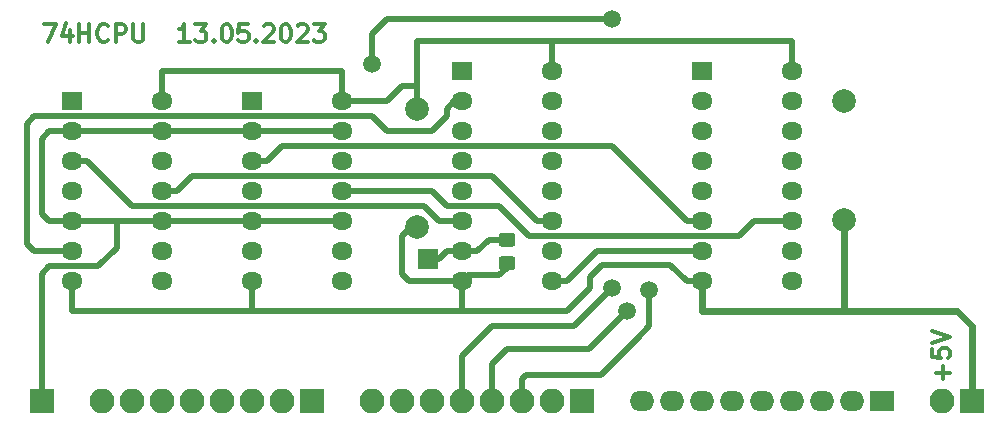
<source format=gbr>
%TF.GenerationSoftware,KiCad,Pcbnew,(5.1.8)-1*%
%TF.CreationDate,2023-05-13T00:37:53+03:00*%
%TF.ProjectId,MUL1,4d554c31-2e6b-4696-9361-645f70636258,rev?*%
%TF.SameCoordinates,Original*%
%TF.FileFunction,Copper,L1,Top*%
%TF.FilePolarity,Positive*%
%FSLAX46Y46*%
G04 Gerber Fmt 4.6, Leading zero omitted, Abs format (unit mm)*
G04 Created by KiCad (PCBNEW (5.1.8)-1) date 2023-05-13 00:37:53*
%MOMM*%
%LPD*%
G01*
G04 APERTURE LIST*
%TA.AperFunction,NonConductor*%
%ADD10C,0.300000*%
%TD*%
%TA.AperFunction,ComponentPad*%
%ADD11R,1.700000X1.700000*%
%TD*%
%TA.AperFunction,ComponentPad*%
%ADD12C,2.000000*%
%TD*%
%TA.AperFunction,ComponentPad*%
%ADD13O,1.800000X1.500000*%
%TD*%
%TA.AperFunction,ComponentPad*%
%ADD14R,1.800000X1.500000*%
%TD*%
%TA.AperFunction,ComponentPad*%
%ADD15O,2.100000X2.100000*%
%TD*%
%TA.AperFunction,ComponentPad*%
%ADD16R,2.100000X2.100000*%
%TD*%
%TA.AperFunction,ComponentPad*%
%ADD17O,2.100000X1.700000*%
%TD*%
%TA.AperFunction,ComponentPad*%
%ADD18R,2.100000X1.700000*%
%TD*%
%TA.AperFunction,ViaPad*%
%ADD19C,1.500000*%
%TD*%
%TA.AperFunction,Conductor*%
%ADD20C,0.500000*%
%TD*%
%TA.AperFunction,Conductor*%
%ADD21C,0.600000*%
%TD*%
G04 APERTURE END LIST*
D10*
X160127142Y-81938571D02*
X160127142Y-80795714D01*
X160698571Y-81367142D02*
X159555714Y-81367142D01*
X159198571Y-79367142D02*
X159198571Y-80081428D01*
X159912857Y-80152857D01*
X159841428Y-80081428D01*
X159770000Y-79938571D01*
X159770000Y-79581428D01*
X159841428Y-79438571D01*
X159912857Y-79367142D01*
X160055714Y-79295714D01*
X160412857Y-79295714D01*
X160555714Y-79367142D01*
X160627142Y-79438571D01*
X160698571Y-79581428D01*
X160698571Y-79938571D01*
X160627142Y-80081428D01*
X160555714Y-80152857D01*
X159198571Y-78867142D02*
X160698571Y-78367142D01*
X159198571Y-77867142D01*
X96314285Y-53383571D02*
X95457142Y-53383571D01*
X95885714Y-53383571D02*
X95885714Y-51883571D01*
X95742857Y-52097857D01*
X95600000Y-52240714D01*
X95457142Y-52312142D01*
X96814285Y-51883571D02*
X97742857Y-51883571D01*
X97242857Y-52455000D01*
X97457142Y-52455000D01*
X97600000Y-52526428D01*
X97671428Y-52597857D01*
X97742857Y-52740714D01*
X97742857Y-53097857D01*
X97671428Y-53240714D01*
X97600000Y-53312142D01*
X97457142Y-53383571D01*
X97028571Y-53383571D01*
X96885714Y-53312142D01*
X96814285Y-53240714D01*
X98385714Y-53240714D02*
X98457142Y-53312142D01*
X98385714Y-53383571D01*
X98314285Y-53312142D01*
X98385714Y-53240714D01*
X98385714Y-53383571D01*
X99385714Y-51883571D02*
X99528571Y-51883571D01*
X99671428Y-51955000D01*
X99742857Y-52026428D01*
X99814285Y-52169285D01*
X99885714Y-52455000D01*
X99885714Y-52812142D01*
X99814285Y-53097857D01*
X99742857Y-53240714D01*
X99671428Y-53312142D01*
X99528571Y-53383571D01*
X99385714Y-53383571D01*
X99242857Y-53312142D01*
X99171428Y-53240714D01*
X99100000Y-53097857D01*
X99028571Y-52812142D01*
X99028571Y-52455000D01*
X99100000Y-52169285D01*
X99171428Y-52026428D01*
X99242857Y-51955000D01*
X99385714Y-51883571D01*
X101242857Y-51883571D02*
X100528571Y-51883571D01*
X100457142Y-52597857D01*
X100528571Y-52526428D01*
X100671428Y-52455000D01*
X101028571Y-52455000D01*
X101171428Y-52526428D01*
X101242857Y-52597857D01*
X101314285Y-52740714D01*
X101314285Y-53097857D01*
X101242857Y-53240714D01*
X101171428Y-53312142D01*
X101028571Y-53383571D01*
X100671428Y-53383571D01*
X100528571Y-53312142D01*
X100457142Y-53240714D01*
X101957142Y-53240714D02*
X102028571Y-53312142D01*
X101957142Y-53383571D01*
X101885714Y-53312142D01*
X101957142Y-53240714D01*
X101957142Y-53383571D01*
X102600000Y-52026428D02*
X102671428Y-51955000D01*
X102814285Y-51883571D01*
X103171428Y-51883571D01*
X103314285Y-51955000D01*
X103385714Y-52026428D01*
X103457142Y-52169285D01*
X103457142Y-52312142D01*
X103385714Y-52526428D01*
X102528571Y-53383571D01*
X103457142Y-53383571D01*
X104385714Y-51883571D02*
X104528571Y-51883571D01*
X104671428Y-51955000D01*
X104742857Y-52026428D01*
X104814285Y-52169285D01*
X104885714Y-52455000D01*
X104885714Y-52812142D01*
X104814285Y-53097857D01*
X104742857Y-53240714D01*
X104671428Y-53312142D01*
X104528571Y-53383571D01*
X104385714Y-53383571D01*
X104242857Y-53312142D01*
X104171428Y-53240714D01*
X104100000Y-53097857D01*
X104028571Y-52812142D01*
X104028571Y-52455000D01*
X104100000Y-52169285D01*
X104171428Y-52026428D01*
X104242857Y-51955000D01*
X104385714Y-51883571D01*
X105457142Y-52026428D02*
X105528571Y-51955000D01*
X105671428Y-51883571D01*
X106028571Y-51883571D01*
X106171428Y-51955000D01*
X106242857Y-52026428D01*
X106314285Y-52169285D01*
X106314285Y-52312142D01*
X106242857Y-52526428D01*
X105385714Y-53383571D01*
X106314285Y-53383571D01*
X106814285Y-51883571D02*
X107742857Y-51883571D01*
X107242857Y-52455000D01*
X107457142Y-52455000D01*
X107600000Y-52526428D01*
X107671428Y-52597857D01*
X107742857Y-52740714D01*
X107742857Y-53097857D01*
X107671428Y-53240714D01*
X107600000Y-53312142D01*
X107457142Y-53383571D01*
X107028571Y-53383571D01*
X106885714Y-53312142D01*
X106814285Y-53240714D01*
X83979285Y-51883571D02*
X84979285Y-51883571D01*
X84336428Y-53383571D01*
X86193571Y-52383571D02*
X86193571Y-53383571D01*
X85836428Y-51812142D02*
X85479285Y-52883571D01*
X86407857Y-52883571D01*
X86979285Y-53383571D02*
X86979285Y-51883571D01*
X86979285Y-52597857D02*
X87836428Y-52597857D01*
X87836428Y-53383571D02*
X87836428Y-51883571D01*
X89407857Y-53240714D02*
X89336428Y-53312142D01*
X89122142Y-53383571D01*
X88979285Y-53383571D01*
X88765000Y-53312142D01*
X88622142Y-53169285D01*
X88550714Y-53026428D01*
X88479285Y-52740714D01*
X88479285Y-52526428D01*
X88550714Y-52240714D01*
X88622142Y-52097857D01*
X88765000Y-51955000D01*
X88979285Y-51883571D01*
X89122142Y-51883571D01*
X89336428Y-51955000D01*
X89407857Y-52026428D01*
X90050714Y-53383571D02*
X90050714Y-51883571D01*
X90622142Y-51883571D01*
X90765000Y-51955000D01*
X90836428Y-52026428D01*
X90907857Y-52169285D01*
X90907857Y-52383571D01*
X90836428Y-52526428D01*
X90765000Y-52597857D01*
X90622142Y-52669285D01*
X90050714Y-52669285D01*
X91550714Y-51883571D02*
X91550714Y-53097857D01*
X91622142Y-53240714D01*
X91693571Y-53312142D01*
X91836428Y-53383571D01*
X92122142Y-53383571D01*
X92265000Y-53312142D01*
X92336428Y-53240714D01*
X92407857Y-53097857D01*
X92407857Y-51883571D01*
D11*
%TO.P,J6,1*%
%TO.N,Net-(J6-Pad1)*%
X116522500Y-71755000D03*
%TD*%
%TO.P,R1,2*%
%TO.N,Net-(J6-Pad1)*%
%TA.AperFunction,SMDPad,CuDef*%
G36*
G01*
X123640001Y-70720000D02*
X122739999Y-70720000D01*
G75*
G02*
X122490000Y-70470001I0J249999D01*
G01*
X122490000Y-69769999D01*
G75*
G02*
X122739999Y-69520000I249999J0D01*
G01*
X123640001Y-69520000D01*
G75*
G02*
X123890000Y-69769999I0J-249999D01*
G01*
X123890000Y-70470001D01*
G75*
G02*
X123640001Y-70720000I-249999J0D01*
G01*
G37*
%TD.AperFunction*%
%TO.P,R1,1*%
%TO.N,GND*%
%TA.AperFunction,SMDPad,CuDef*%
G36*
G01*
X123640001Y-72720000D02*
X122739999Y-72720000D01*
G75*
G02*
X122490000Y-72470001I0J249999D01*
G01*
X122490000Y-71769999D01*
G75*
G02*
X122739999Y-71520000I249999J0D01*
G01*
X123640001Y-71520000D01*
G75*
G02*
X123890000Y-71769999I0J-249999D01*
G01*
X123890000Y-72470001D01*
G75*
G02*
X123640001Y-72720000I-249999J0D01*
G01*
G37*
%TD.AperFunction*%
%TD*%
D12*
%TO.P,C2,2*%
%TO.N,GND*%
X115570000Y-69055000D03*
%TO.P,C2,1*%
%TO.N,VCC*%
X115570000Y-59055000D03*
%TD*%
%TO.P,C1,2*%
%TO.N,GND*%
X151765000Y-68420000D03*
%TO.P,C1,1*%
%TO.N,VCC*%
X151765000Y-58420000D03*
%TD*%
D13*
%TO.P,U4,16*%
%TO.N,VCC*%
X147320000Y-55880000D03*
%TO.P,U4,8*%
%TO.N,GND*%
X139700000Y-73660000D03*
%TO.P,U4,15*%
%TO.N,Net-(U3-Pad8)*%
X147320000Y-58420000D03*
%TO.P,U4,7*%
%TO.N,Net-(U2-Pad9)*%
X139700000Y-71120000D03*
%TO.P,U4,14*%
%TO.N,/P6*%
X147320000Y-60960000D03*
%TO.P,U4,6*%
%TO.N,Net-(U3-Pad3)*%
X139700000Y-68580000D03*
%TO.P,U4,13*%
%TO.N,/S6*%
X147320000Y-63500000D03*
%TO.P,U4,5*%
%TO.N,/P4*%
X139700000Y-66040000D03*
%TO.P,U4,12*%
%TO.N,/P7*%
X147320000Y-66040000D03*
%TO.P,U4,4*%
%TO.N,/S4*%
X139700000Y-63500000D03*
%TO.P,U4,11*%
%TO.N,Net-(U3-Pad11)*%
X147320000Y-68580000D03*
%TO.P,U4,3*%
%TO.N,/P5*%
X139700000Y-60960000D03*
%TO.P,U4,10*%
%TO.N,/S7*%
X147320000Y-71120000D03*
%TO.P,U4,2*%
%TO.N,Net-(U3-Pad6)*%
X139700000Y-58420000D03*
%TO.P,U4,9*%
%TO.N,/S8*%
X147320000Y-73660000D03*
D14*
%TO.P,U4,1*%
%TO.N,/S5*%
X139700000Y-55880000D03*
%TD*%
D13*
%TO.P,U3,14*%
%TO.N,VCC*%
X109220000Y-58420000D03*
%TO.P,U3,7*%
%TO.N,GND*%
X101600000Y-73660000D03*
%TO.P,U3,13*%
%TO.N,/Bi*%
X109220000Y-60960000D03*
%TO.P,U3,6*%
%TO.N,Net-(U3-Pad6)*%
X101600000Y-71120000D03*
%TO.P,U3,12*%
%TO.N,/A7*%
X109220000Y-63500000D03*
%TO.P,U3,5*%
%TO.N,/Bi*%
X101600000Y-68580000D03*
%TO.P,U3,11*%
%TO.N,Net-(U3-Pad11)*%
X109220000Y-66040000D03*
%TO.P,U3,4*%
%TO.N,/A5*%
X101600000Y-66040000D03*
%TO.P,U3,10*%
%TO.N,/Bi*%
X109220000Y-68580000D03*
%TO.P,U3,3*%
%TO.N,Net-(U3-Pad3)*%
X101600000Y-63500000D03*
%TO.P,U3,9*%
%TO.N,/A6*%
X109220000Y-71120000D03*
%TO.P,U3,2*%
%TO.N,/Bi*%
X101600000Y-60960000D03*
%TO.P,U3,8*%
%TO.N,Net-(U3-Pad8)*%
X109220000Y-73660000D03*
D14*
%TO.P,U3,1*%
%TO.N,/A4*%
X101600000Y-58420000D03*
%TD*%
D13*
%TO.P,U2,16*%
%TO.N,VCC*%
X127000000Y-55880000D03*
%TO.P,U2,8*%
%TO.N,GND*%
X119380000Y-73660000D03*
%TO.P,U2,15*%
%TO.N,Net-(U1-Pad8)*%
X127000000Y-58420000D03*
%TO.P,U2,7*%
%TO.N,Net-(J6-Pad1)*%
X119380000Y-71120000D03*
%TO.P,U2,14*%
%TO.N,/P2*%
X127000000Y-60960000D03*
%TO.P,U2,6*%
%TO.N,Net-(U1-Pad3)*%
X119380000Y-68580000D03*
%TO.P,U2,13*%
%TO.N,/S2*%
X127000000Y-63500000D03*
%TO.P,U2,5*%
%TO.N,/P0*%
X119380000Y-66040000D03*
%TO.P,U2,12*%
%TO.N,/P3*%
X127000000Y-66040000D03*
%TO.P,U2,4*%
%TO.N,/S0*%
X119380000Y-63500000D03*
%TO.P,U2,11*%
%TO.N,Net-(U1-Pad11)*%
X127000000Y-68580000D03*
%TO.P,U2,3*%
%TO.N,/P1*%
X119380000Y-60960000D03*
%TO.P,U2,10*%
%TO.N,/S3*%
X127000000Y-71120000D03*
%TO.P,U2,2*%
%TO.N,Net-(U1-Pad6)*%
X119380000Y-58420000D03*
%TO.P,U2,9*%
%TO.N,Net-(U2-Pad9)*%
X127000000Y-73660000D03*
D14*
%TO.P,U2,1*%
%TO.N,/S1*%
X119380000Y-55880000D03*
%TD*%
D13*
%TO.P,U1,14*%
%TO.N,VCC*%
X93980000Y-58420000D03*
%TO.P,U1,7*%
%TO.N,GND*%
X86360000Y-73660000D03*
%TO.P,U1,13*%
%TO.N,/Bi*%
X93980000Y-60960000D03*
%TO.P,U1,6*%
%TO.N,Net-(U1-Pad6)*%
X86360000Y-71120000D03*
%TO.P,U1,12*%
%TO.N,/A3*%
X93980000Y-63500000D03*
%TO.P,U1,5*%
%TO.N,/Bi*%
X86360000Y-68580000D03*
%TO.P,U1,11*%
%TO.N,Net-(U1-Pad11)*%
X93980000Y-66040000D03*
%TO.P,U1,4*%
%TO.N,/A1*%
X86360000Y-66040000D03*
%TO.P,U1,10*%
%TO.N,/Bi*%
X93980000Y-68580000D03*
%TO.P,U1,3*%
%TO.N,Net-(U1-Pad3)*%
X86360000Y-63500000D03*
%TO.P,U1,9*%
%TO.N,/A2*%
X93980000Y-71120000D03*
%TO.P,U1,2*%
%TO.N,/Bi*%
X86360000Y-60960000D03*
%TO.P,U1,8*%
%TO.N,Net-(U1-Pad8)*%
X93980000Y-73660000D03*
D14*
%TO.P,U1,1*%
%TO.N,/A0*%
X86360000Y-58420000D03*
%TD*%
D15*
%TO.P,J5,2*%
%TO.N,VCC*%
X160020000Y-83820000D03*
D16*
%TO.P,J5,1*%
%TO.N,GND*%
X162560000Y-83820000D03*
%TD*%
%TO.P,J4,1*%
%TO.N,/Bi*%
X83820000Y-83820000D03*
%TD*%
D15*
%TO.P,J3,8*%
%TO.N,/A0*%
X88900000Y-83820000D03*
%TO.P,J3,7*%
%TO.N,/A1*%
X91440000Y-83820000D03*
%TO.P,J3,6*%
%TO.N,/A2*%
X93980000Y-83820000D03*
%TO.P,J3,5*%
%TO.N,/A3*%
X96520000Y-83820000D03*
%TO.P,J3,4*%
%TO.N,/A4*%
X99060000Y-83820000D03*
%TO.P,J3,3*%
%TO.N,/A5*%
X101600000Y-83820000D03*
%TO.P,J3,2*%
%TO.N,/A6*%
X104140000Y-83820000D03*
D16*
%TO.P,J3,1*%
%TO.N,/A7*%
X106680000Y-83820000D03*
%TD*%
D17*
%TO.P,J2,9*%
%TO.N,/S0*%
X134620000Y-83820000D03*
%TO.P,J2,8*%
%TO.N,/S1*%
X137160000Y-83820000D03*
%TO.P,J2,7*%
%TO.N,/S2*%
X139700000Y-83820000D03*
%TO.P,J2,6*%
%TO.N,/S3*%
X142240000Y-83820000D03*
%TO.P,J2,5*%
%TO.N,/S4*%
X144780000Y-83820000D03*
%TO.P,J2,4*%
%TO.N,/S5*%
X147320000Y-83820000D03*
%TO.P,J2,3*%
%TO.N,/S6*%
X149860000Y-83820000D03*
%TO.P,J2,2*%
%TO.N,/S7*%
X152400000Y-83820000D03*
D18*
%TO.P,J2,1*%
%TO.N,/S8*%
X154940000Y-83820000D03*
%TD*%
D15*
%TO.P,J1,8*%
%TO.N,/P0*%
X111760000Y-83820000D03*
%TO.P,J1,7*%
%TO.N,/P1*%
X114300000Y-83820000D03*
%TO.P,J1,6*%
%TO.N,/P2*%
X116840000Y-83820000D03*
%TO.P,J1,5*%
%TO.N,/P3*%
X119380000Y-83820000D03*
%TO.P,J1,4*%
%TO.N,/P4*%
X121920000Y-83820000D03*
%TO.P,J1,3*%
%TO.N,/P5*%
X124460000Y-83820000D03*
%TO.P,J1,2*%
%TO.N,/P6*%
X127000000Y-83820000D03*
D16*
%TO.P,J1,1*%
%TO.N,/P7*%
X129540000Y-83820000D03*
%TD*%
D19*
%TO.N,/P3*%
X132082000Y-74206300D03*
%TO.N,/P4*%
X133350000Y-76200000D03*
%TO.N,/P5*%
X135255000Y-74383100D03*
%TO.N,Net-(U3-Pad8)*%
X111760000Y-55245000D03*
X132080000Y-51435000D03*
%TD*%
D20*
%TO.N,GND*%
X86360000Y-73660000D02*
X86360000Y-76200000D01*
X86360000Y-76200000D02*
X101600000Y-76200000D01*
X101600000Y-76200000D02*
X101600000Y-73660000D01*
X101600000Y-76200000D02*
X119380000Y-76200000D01*
X119380000Y-76200000D02*
X119380000Y-73660000D01*
X151765000Y-76200000D02*
X161290000Y-76200000D01*
X139700000Y-76200000D02*
X151765000Y-76200000D01*
X128270000Y-76200000D02*
X119380000Y-76200000D01*
X130252200Y-74217800D02*
X128270000Y-76200000D01*
X130252200Y-73265300D02*
X130252200Y-74217800D01*
X131229600Y-72287900D02*
X130252200Y-73265300D01*
X137027900Y-72287900D02*
X131229600Y-72287900D01*
X138400000Y-73660000D02*
X137027900Y-72287900D01*
X139700000Y-73660000D02*
X138400000Y-73660000D01*
X115095000Y-69055000D02*
X115570000Y-69055000D01*
X114300000Y-69850000D02*
X115095000Y-69055000D01*
X114300000Y-73025000D02*
X114300000Y-69850000D01*
X114935000Y-73660000D02*
X114300000Y-73025000D01*
X119380000Y-73660000D02*
X114935000Y-73660000D01*
X119920000Y-73120000D02*
X119380000Y-73660000D01*
X122555000Y-73120000D02*
X119920000Y-73120000D01*
X123190000Y-72485000D02*
X122555000Y-73120000D01*
X123190000Y-72120000D02*
X123190000Y-72485000D01*
D21*
X162560000Y-77470000D02*
X161290000Y-76200000D01*
X162560000Y-83820000D02*
X162560000Y-77470000D01*
X161290000Y-76200000D02*
X139700000Y-76200000D01*
X139700000Y-73660000D02*
X139700000Y-76200000D01*
X151765000Y-68420000D02*
X151765000Y-76200000D01*
D20*
%TO.N,VCC*%
X115570000Y-53340000D02*
X127000000Y-53340000D01*
X127000000Y-53340000D02*
X127000000Y-55880000D01*
X127000000Y-53340000D02*
X147320000Y-53340000D01*
X147320000Y-53340000D02*
X147320000Y-55880000D01*
X109220000Y-58420000D02*
X113030000Y-58420000D01*
X115570000Y-55880000D02*
X115570000Y-53340000D01*
X93980000Y-55880000D02*
X109220000Y-55880000D01*
X109220000Y-55880000D02*
X109220000Y-58420000D01*
X93980000Y-58420000D02*
X93980000Y-55880000D01*
X115570000Y-57150000D02*
X115570000Y-55880000D01*
X114300000Y-57150000D02*
X115570000Y-57150000D01*
X115570000Y-59055000D02*
X115570000Y-57150000D01*
X113030000Y-58420000D02*
X114300000Y-57150000D01*
%TO.N,/P3*%
X128861650Y-77426650D02*
X132082000Y-74206300D01*
X121963350Y-77426650D02*
X128861650Y-77426650D01*
X119380000Y-80010000D02*
X121963350Y-77426650D01*
X119380000Y-83820000D02*
X119380000Y-80010000D01*
%TO.N,/P4*%
X121920000Y-80645000D02*
X121920000Y-83820000D01*
X123190000Y-79375000D02*
X121920000Y-80645000D01*
X130175000Y-79375000D02*
X123190000Y-79375000D01*
X133350000Y-76200000D02*
X130175000Y-79375000D01*
%TO.N,/P5*%
X134163000Y-78562000D02*
X131127500Y-81597500D01*
X124460000Y-83820000D02*
X124460000Y-81915000D01*
X124777500Y-81597500D02*
X131127500Y-81597500D01*
X124460000Y-81915000D02*
X124777500Y-81597500D01*
X135255000Y-77470000D02*
X134163000Y-78562000D01*
X135255000Y-74383100D02*
X135255000Y-77470000D01*
%TO.N,/Bi*%
X86360000Y-68580000D02*
X87660000Y-68580000D01*
X93980000Y-68580000D02*
X92680000Y-68580000D01*
X101600000Y-68580000D02*
X109220000Y-68580000D01*
X93980000Y-68580000D02*
X101600000Y-68580000D01*
X101600000Y-60960000D02*
X107920000Y-60960000D01*
X93980000Y-60960000D02*
X101600000Y-60960000D01*
X109220000Y-60960000D02*
X107920000Y-60960000D01*
X86360000Y-60960000D02*
X93980000Y-60960000D01*
X83820000Y-74425700D02*
X83820000Y-83820000D01*
X83820000Y-73025000D02*
X83820000Y-74425700D01*
X84455000Y-72390000D02*
X83820000Y-73025000D01*
X86903100Y-72390000D02*
X84455000Y-72390000D01*
X86903100Y-72390000D02*
X88582500Y-72390000D01*
X90170000Y-70802500D02*
X90170000Y-68580000D01*
X88582500Y-72390000D02*
X90170000Y-70802500D01*
X90170000Y-68580000D02*
X92680000Y-68580000D01*
X87660000Y-68580000D02*
X90170000Y-68580000D01*
X86360000Y-60960000D02*
X84455000Y-60960000D01*
X84455000Y-60960000D02*
X83820000Y-61595000D01*
X83820000Y-61595000D02*
X83820000Y-67945000D01*
X84455000Y-68580000D02*
X86360000Y-68580000D01*
X83820000Y-67945000D02*
X84455000Y-68580000D01*
%TO.N,Net-(U1-Pad6)*%
X118110000Y-59055000D02*
X118745000Y-58420000D01*
X116840000Y-60960000D02*
X118110000Y-59690000D01*
X113030000Y-60960000D02*
X116840000Y-60960000D01*
X111760000Y-59690000D02*
X113030000Y-60960000D01*
X83185000Y-59690000D02*
X111760000Y-59690000D01*
X82550000Y-60325000D02*
X83185000Y-59690000D01*
X82550000Y-70485000D02*
X82550000Y-60325000D01*
X118110000Y-59690000D02*
X118110000Y-59055000D01*
X83185000Y-71120000D02*
X82550000Y-70485000D01*
X118745000Y-58420000D02*
X119380000Y-58420000D01*
X86360000Y-71120000D02*
X83185000Y-71120000D01*
%TO.N,Net-(U1-Pad11)*%
X127000000Y-68580000D02*
X125700000Y-68580000D01*
X93980000Y-66040000D02*
X95280000Y-66040000D01*
X95280000Y-66040000D02*
X96550000Y-64770000D01*
X96550000Y-64770000D02*
X121890000Y-64770000D01*
X121890000Y-64770000D02*
X125700000Y-68580000D01*
%TO.N,Net-(U1-Pad3)*%
X117475000Y-68580000D02*
X119380000Y-68580000D01*
X116205000Y-67310000D02*
X117475000Y-68580000D01*
X91470000Y-67310000D02*
X116205000Y-67310000D01*
X87660000Y-63500000D02*
X91470000Y-67310000D01*
X86360000Y-63500000D02*
X87660000Y-63500000D01*
%TO.N,Net-(U2-Pad9)*%
X127000000Y-73660000D02*
X128300000Y-73660000D01*
X138400000Y-71120000D02*
X130840000Y-71120000D01*
X130840000Y-71120000D02*
X128300000Y-73660000D01*
X139700000Y-71120000D02*
X138400000Y-71120000D01*
%TO.N,Net-(U3-Pad11)*%
X144145000Y-68580000D02*
X147320000Y-68580000D01*
X142875100Y-69849900D02*
X144145000Y-68580000D01*
X125094900Y-69849900D02*
X142875100Y-69849900D01*
X122555000Y-67310000D02*
X125094900Y-69849900D01*
X118110000Y-67310000D02*
X122555000Y-67310000D01*
X116840000Y-66040000D02*
X118110000Y-67310000D01*
X109220000Y-66040000D02*
X116840000Y-66040000D01*
%TO.N,Net-(U3-Pad3)*%
X138400000Y-68580000D02*
X132050000Y-62230000D01*
X132050000Y-62230000D02*
X114217800Y-62230000D01*
X102900000Y-63500000D02*
X104170000Y-62230000D01*
X104170000Y-62230000D02*
X114217800Y-62230000D01*
X101600000Y-63500000D02*
X102900000Y-63500000D01*
X139700000Y-68580000D02*
X138400000Y-68580000D01*
%TO.N,Net-(U3-Pad8)*%
X111760000Y-55245000D02*
X111760000Y-52705000D01*
X111760000Y-52705000D02*
X113030000Y-51435000D01*
X113030000Y-51435000D02*
X132080000Y-51435000D01*
%TO.N,Net-(J6-Pad1)*%
X120650000Y-71120000D02*
X119380000Y-71120000D01*
X121650000Y-70120000D02*
X120650000Y-71120000D01*
X117475000Y-71755000D02*
X118110000Y-71120000D01*
X116522500Y-71755000D02*
X117475000Y-71755000D01*
X119380000Y-71120000D02*
X118110000Y-71120000D01*
X121650000Y-70120000D02*
X123190000Y-70120000D01*
%TD*%
M02*

</source>
